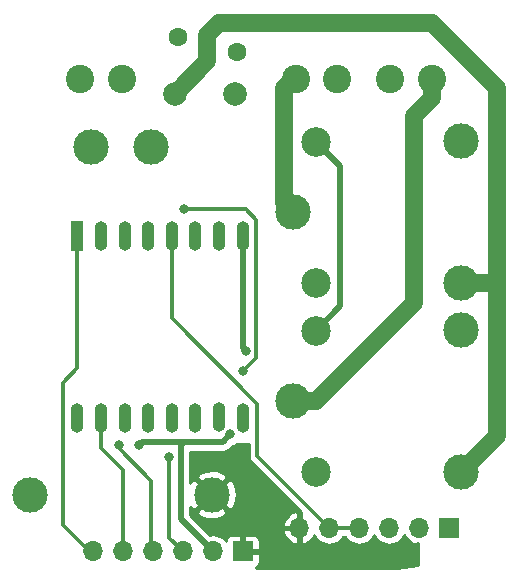
<source format=gtl>
G04 #@! TF.GenerationSoftware,KiCad,Pcbnew,no-vcs-found-33048e7~59~ubuntu16.04.1*
G04 #@! TF.CreationDate,2017-08-25T10:27:43+03:00*
G04 #@! TF.ProjectId,wifi_lights,776966695F6C69676874732E6B696361,rev?*
G04 #@! TF.SameCoordinates,Original*
G04 #@! TF.FileFunction,Copper,L1,Top,Signal*
G04 #@! TF.FilePolarity,Positive*
%FSLAX46Y46*%
G04 Gerber Fmt 4.6, Leading zero omitted, Abs format (unit mm)*
G04 Created by KiCad (PCBNEW no-vcs-found-33048e7~59~ubuntu16.04.1) date Fri Aug 25 10:27:43 2017*
%MOMM*%
%LPD*%
G01*
G04 APERTURE LIST*
%ADD10C,2.400000*%
%ADD11O,1.700000X1.700000*%
%ADD12R,1.700000X1.700000*%
%ADD13C,2.500000*%
%ADD14C,3.000000*%
%ADD15C,1.600000*%
%ADD16C,2.000000*%
%ADD17R,1.100000X2.500000*%
%ADD18O,1.100000X2.500000*%
%ADD19C,0.800000*%
%ADD20C,0.350000*%
%ADD21C,0.500000*%
%ADD22C,1.500000*%
%ADD23C,0.254000*%
G04 APERTURE END LIST*
D10*
X112750000Y-56000000D03*
X109250000Y-56000000D03*
X135500000Y-56000000D03*
X139000000Y-56000000D03*
X131000000Y-56000000D03*
X127500000Y-56000000D03*
D11*
X127800000Y-94000000D03*
X130340000Y-94000000D03*
X132880000Y-94000000D03*
X135420000Y-94000000D03*
X137960000Y-94000000D03*
D12*
X140500000Y-94000000D03*
D13*
X129200000Y-73300000D03*
X129200000Y-61300000D03*
D14*
X127250000Y-67250000D03*
X141450000Y-73250000D03*
X141450000Y-61250000D03*
X141450000Y-77250000D03*
X141450000Y-89250000D03*
X127250000Y-83250000D03*
D13*
X129200000Y-77300000D03*
X129200000Y-89300000D03*
D15*
X117500000Y-52450000D03*
X122500000Y-53750000D03*
D16*
X122330000Y-57260000D03*
X117250000Y-57250000D03*
D11*
X110300000Y-96000000D03*
X112840000Y-96000000D03*
X115380000Y-96000000D03*
X117920000Y-96000000D03*
X120460000Y-96000000D03*
D12*
X123000000Y-96000000D03*
D14*
X115200000Y-61799982D03*
X110200000Y-61799982D03*
X120400000Y-91199982D03*
X105000000Y-91199982D03*
D17*
X109000000Y-69300000D03*
D18*
X111000000Y-69300000D03*
X113000000Y-69300000D03*
X115000000Y-69300000D03*
X117000000Y-69300000D03*
X119000000Y-69300000D03*
X121000000Y-69300000D03*
X123000000Y-69300000D03*
X123000000Y-84700000D03*
X121000000Y-84600000D03*
X119000000Y-84700000D03*
X117000000Y-84700000D03*
X115000000Y-84700000D03*
X113000000Y-84700000D03*
X111000000Y-84700000D03*
X109000000Y-84700000D03*
D19*
X122999984Y-80750000D03*
X118000000Y-67000000D03*
X121962638Y-86097411D03*
X123250000Y-79000000D03*
X114250000Y-87000000D03*
X112500000Y-87000000D03*
X116750001Y-88000000D03*
D20*
X118000000Y-67000000D02*
X123250000Y-67000000D01*
X123250000Y-67000000D02*
X124149999Y-67899999D01*
X124149999Y-67899999D02*
X124149999Y-79599985D01*
X124149999Y-79599985D02*
X122999984Y-80750000D01*
X110300000Y-96000000D02*
X110000000Y-96000000D01*
X110000000Y-96000000D02*
X107750000Y-93750000D01*
X107750000Y-93750000D02*
X107750000Y-81750000D01*
X107750000Y-81750000D02*
X109000000Y-80500000D01*
X109000000Y-80500000D02*
X109000000Y-70000000D01*
D21*
X114250000Y-87000000D02*
X114500000Y-86750000D01*
X114500000Y-86750000D02*
X121050013Y-86750000D01*
X121050013Y-86750000D02*
X121310049Y-86750000D01*
X121310049Y-86750000D02*
X121962638Y-86097411D01*
X120460000Y-96000000D02*
X117750000Y-93290000D01*
X117750000Y-93290000D02*
X117750000Y-87000000D01*
X117750000Y-87000000D02*
X118000000Y-86750000D01*
X118000000Y-86750000D02*
X121050013Y-86750000D01*
X123000000Y-78750000D02*
X123250000Y-79000000D01*
X123000000Y-70000000D02*
X123000000Y-78750000D01*
D20*
X112500000Y-87000000D02*
X112500000Y-87250000D01*
X112500000Y-87250000D02*
X115250000Y-90000000D01*
X115250000Y-90000000D02*
X115250000Y-95870000D01*
X115250000Y-95870000D02*
X115380000Y-96000000D01*
X111000000Y-84000000D02*
X111000000Y-87250000D01*
X111000000Y-87250000D02*
X112840000Y-89090000D01*
X112840000Y-89090000D02*
X112840000Y-96000000D01*
X116750001Y-94830001D02*
X116750001Y-88000000D01*
X117920000Y-96000000D02*
X116750001Y-94830001D01*
D21*
X129200000Y-77300000D02*
X131250000Y-75250000D01*
X131250000Y-63350000D02*
X129200000Y-61300000D01*
X131250000Y-75250000D02*
X131250000Y-63350000D01*
D22*
X144500000Y-73250000D02*
X144500000Y-56750000D01*
X144500000Y-56750000D02*
X139000000Y-51250000D01*
X121000000Y-51250000D02*
X120000000Y-52250000D01*
X139000000Y-51250000D02*
X121000000Y-51250000D01*
X120000000Y-52250000D02*
X120000000Y-54500000D01*
X120000000Y-54500000D02*
X117250000Y-57250000D01*
X141450000Y-89250000D02*
X144500000Y-86200000D01*
X144500000Y-86200000D02*
X144500000Y-73250000D01*
X141450000Y-73250000D02*
X144500000Y-73250000D01*
X127250000Y-67250000D02*
X126500000Y-66500000D01*
X126500000Y-66500000D02*
X126500000Y-56750000D01*
X126500000Y-56750000D02*
X127500000Y-55750000D01*
X139000000Y-55750000D02*
X139000000Y-57600000D01*
X139000000Y-57600000D02*
X137500000Y-59100000D01*
X137500000Y-59100000D02*
X137500000Y-75000000D01*
X137500000Y-75000000D02*
X129250000Y-83250000D01*
X129250000Y-83250000D02*
X127250000Y-83250000D01*
D20*
X130340000Y-94000000D02*
X124250000Y-87910000D01*
X124250000Y-87910000D02*
X124250000Y-83500000D01*
X124250000Y-83500000D02*
X117000000Y-76250000D01*
X117000000Y-76250000D02*
X117000000Y-70000000D01*
X132880000Y-94000000D02*
X130340000Y-94000000D01*
D23*
G36*
X123498000Y-87910000D02*
X123504778Y-87979126D01*
X123510833Y-88048331D01*
X123511936Y-88052128D01*
X123512322Y-88056064D01*
X123532409Y-88122595D01*
X123551779Y-88189269D01*
X123553597Y-88192777D01*
X123554741Y-88196565D01*
X123587354Y-88257901D01*
X123619319Y-88319568D01*
X123621787Y-88322660D01*
X123623643Y-88326150D01*
X123667531Y-88379962D01*
X123710883Y-88434268D01*
X123716309Y-88439770D01*
X123716403Y-88439885D01*
X123716510Y-88439973D01*
X123718256Y-88441744D01*
X127964137Y-92687625D01*
X127898000Y-92720999D01*
X127898000Y-93902000D01*
X127918000Y-93902000D01*
X127918000Y-94098000D01*
X127898000Y-94098000D01*
X127898000Y-95279001D01*
X128119498Y-95390773D01*
X128307020Y-95333893D01*
X128557507Y-95209348D01*
X128778884Y-95038328D01*
X128962643Y-94827406D01*
X129069058Y-94641692D01*
X129151421Y-94796595D01*
X129327443Y-95012418D01*
X129542032Y-95189942D01*
X129787015Y-95322404D01*
X130053062Y-95404759D01*
X130330038Y-95433870D01*
X130607393Y-95408629D01*
X130874564Y-95329996D01*
X131121373Y-95200968D01*
X131338420Y-95026458D01*
X131517437Y-94813113D01*
X131551034Y-94752000D01*
X131667710Y-94752000D01*
X131691421Y-94796595D01*
X131867443Y-95012418D01*
X132082032Y-95189942D01*
X132327015Y-95322404D01*
X132593062Y-95404759D01*
X132870038Y-95433870D01*
X133147393Y-95408629D01*
X133414564Y-95329996D01*
X133661373Y-95200968D01*
X133878420Y-95026458D01*
X134057437Y-94813113D01*
X134150345Y-94644113D01*
X134231421Y-94796595D01*
X134407443Y-95012418D01*
X134622032Y-95189942D01*
X134867015Y-95322404D01*
X135133062Y-95404759D01*
X135410038Y-95433870D01*
X135687393Y-95408629D01*
X135954564Y-95329996D01*
X136201373Y-95200968D01*
X136418420Y-95026458D01*
X136597437Y-94813113D01*
X136691317Y-94642346D01*
X136797357Y-94827406D01*
X136981116Y-95038328D01*
X137202493Y-95209348D01*
X137452980Y-95333893D01*
X137640502Y-95390773D01*
X137861998Y-95279002D01*
X137861998Y-95427000D01*
X137873000Y-95427000D01*
X137873000Y-97180135D01*
X136039352Y-97372859D01*
X135998955Y-97373000D01*
X124095140Y-97373000D01*
X124123312Y-97361331D01*
X124217816Y-97298185D01*
X124298185Y-97217816D01*
X124361331Y-97123312D01*
X124404826Y-97018305D01*
X124427000Y-96906830D01*
X124427000Y-96242250D01*
X124282750Y-96098000D01*
X123098000Y-96098000D01*
X123098000Y-96118000D01*
X122902000Y-96118000D01*
X122902000Y-96098000D01*
X122882000Y-96098000D01*
X122882000Y-95902000D01*
X122902000Y-95902000D01*
X122902000Y-94717250D01*
X123098000Y-94717250D01*
X123098000Y-95902000D01*
X124282750Y-95902000D01*
X124427000Y-95757750D01*
X124427000Y-95093170D01*
X124404826Y-94981695D01*
X124361331Y-94876688D01*
X124298185Y-94782184D01*
X124217816Y-94701815D01*
X124123312Y-94638669D01*
X124018304Y-94595174D01*
X123906829Y-94573000D01*
X123242250Y-94573000D01*
X123098000Y-94717250D01*
X122902000Y-94717250D01*
X122757750Y-94573000D01*
X122093171Y-94573000D01*
X121981696Y-94595174D01*
X121876688Y-94638669D01*
X121782184Y-94701815D01*
X121701815Y-94782184D01*
X121638669Y-94876688D01*
X121595174Y-94981695D01*
X121573000Y-95093170D01*
X121573000Y-95110737D01*
X121472557Y-94987582D01*
X121257968Y-94810058D01*
X121012985Y-94677596D01*
X120746938Y-94595241D01*
X120469962Y-94566130D01*
X120218563Y-94589009D01*
X119949053Y-94319499D01*
X126409223Y-94319499D01*
X126498278Y-94584687D01*
X126637357Y-94827406D01*
X126821116Y-95038328D01*
X127042493Y-95209348D01*
X127292980Y-95333893D01*
X127480502Y-95390773D01*
X127702000Y-95279001D01*
X127702000Y-94098000D01*
X126520615Y-94098000D01*
X126409223Y-94319499D01*
X119949053Y-94319499D01*
X119310055Y-93680501D01*
X126409223Y-93680501D01*
X126520615Y-93902000D01*
X127702000Y-93902000D01*
X127702000Y-92720999D01*
X127480502Y-92609227D01*
X127292980Y-92666107D01*
X127042493Y-92790652D01*
X126821116Y-92961672D01*
X126637357Y-93172594D01*
X126498278Y-93415313D01*
X126409223Y-93680501D01*
X119310055Y-93680501D01*
X118577000Y-92947446D01*
X118577000Y-92641297D01*
X119097278Y-92641297D01*
X119253899Y-92944182D01*
X119616198Y-93134261D01*
X120008618Y-93250006D01*
X120416078Y-93286971D01*
X120822921Y-93243733D01*
X121213511Y-93121955D01*
X121546101Y-92944182D01*
X121702722Y-92641297D01*
X120400000Y-91338575D01*
X119097278Y-92641297D01*
X118577000Y-92641297D01*
X118577000Y-92198659D01*
X118655800Y-92346083D01*
X118958685Y-92502704D01*
X120261407Y-91199982D01*
X120538593Y-91199982D01*
X121841315Y-92502704D01*
X122144200Y-92346083D01*
X122334279Y-91983784D01*
X122450024Y-91591364D01*
X122486989Y-91183904D01*
X122443751Y-90777061D01*
X122321973Y-90386471D01*
X122144200Y-90053881D01*
X121841315Y-89897260D01*
X120538593Y-91199982D01*
X120261407Y-91199982D01*
X118958685Y-89897260D01*
X118655800Y-90053881D01*
X118577000Y-90204077D01*
X118577000Y-89758667D01*
X119097278Y-89758667D01*
X120400000Y-91061389D01*
X121702722Y-89758667D01*
X121546101Y-89455782D01*
X121183802Y-89265703D01*
X120791382Y-89149958D01*
X120383922Y-89112993D01*
X119977079Y-89156231D01*
X119586489Y-89278009D01*
X119253899Y-89455782D01*
X119097278Y-89758667D01*
X118577000Y-89758667D01*
X118577000Y-87577000D01*
X121310049Y-87577000D01*
X121386040Y-87569549D01*
X121462177Y-87562888D01*
X121466355Y-87561674D01*
X121470681Y-87561250D01*
X121543804Y-87539173D01*
X121617170Y-87517858D01*
X121621030Y-87515857D01*
X121625194Y-87514600D01*
X121692653Y-87478731D01*
X121760465Y-87443581D01*
X121763863Y-87440868D01*
X121767704Y-87438826D01*
X121826915Y-87390535D01*
X121886604Y-87342885D01*
X121892656Y-87336917D01*
X121892781Y-87336815D01*
X121892877Y-87336699D01*
X121894826Y-87334777D01*
X122178063Y-87051540D01*
X122226644Y-87042974D01*
X122405277Y-86973687D01*
X122557629Y-86877000D01*
X123498000Y-86877000D01*
X123498000Y-87910000D01*
X123498000Y-87910000D01*
G37*
X123498000Y-87910000D02*
X123504778Y-87979126D01*
X123510833Y-88048331D01*
X123511936Y-88052128D01*
X123512322Y-88056064D01*
X123532409Y-88122595D01*
X123551779Y-88189269D01*
X123553597Y-88192777D01*
X123554741Y-88196565D01*
X123587354Y-88257901D01*
X123619319Y-88319568D01*
X123621787Y-88322660D01*
X123623643Y-88326150D01*
X123667531Y-88379962D01*
X123710883Y-88434268D01*
X123716309Y-88439770D01*
X123716403Y-88439885D01*
X123716510Y-88439973D01*
X123718256Y-88441744D01*
X127964137Y-92687625D01*
X127898000Y-92720999D01*
X127898000Y-93902000D01*
X127918000Y-93902000D01*
X127918000Y-94098000D01*
X127898000Y-94098000D01*
X127898000Y-95279001D01*
X128119498Y-95390773D01*
X128307020Y-95333893D01*
X128557507Y-95209348D01*
X128778884Y-95038328D01*
X128962643Y-94827406D01*
X129069058Y-94641692D01*
X129151421Y-94796595D01*
X129327443Y-95012418D01*
X129542032Y-95189942D01*
X129787015Y-95322404D01*
X130053062Y-95404759D01*
X130330038Y-95433870D01*
X130607393Y-95408629D01*
X130874564Y-95329996D01*
X131121373Y-95200968D01*
X131338420Y-95026458D01*
X131517437Y-94813113D01*
X131551034Y-94752000D01*
X131667710Y-94752000D01*
X131691421Y-94796595D01*
X131867443Y-95012418D01*
X132082032Y-95189942D01*
X132327015Y-95322404D01*
X132593062Y-95404759D01*
X132870038Y-95433870D01*
X133147393Y-95408629D01*
X133414564Y-95329996D01*
X133661373Y-95200968D01*
X133878420Y-95026458D01*
X134057437Y-94813113D01*
X134150345Y-94644113D01*
X134231421Y-94796595D01*
X134407443Y-95012418D01*
X134622032Y-95189942D01*
X134867015Y-95322404D01*
X135133062Y-95404759D01*
X135410038Y-95433870D01*
X135687393Y-95408629D01*
X135954564Y-95329996D01*
X136201373Y-95200968D01*
X136418420Y-95026458D01*
X136597437Y-94813113D01*
X136691317Y-94642346D01*
X136797357Y-94827406D01*
X136981116Y-95038328D01*
X137202493Y-95209348D01*
X137452980Y-95333893D01*
X137640502Y-95390773D01*
X137861998Y-95279002D01*
X137861998Y-95427000D01*
X137873000Y-95427000D01*
X137873000Y-97180135D01*
X136039352Y-97372859D01*
X135998955Y-97373000D01*
X124095140Y-97373000D01*
X124123312Y-97361331D01*
X124217816Y-97298185D01*
X124298185Y-97217816D01*
X124361331Y-97123312D01*
X124404826Y-97018305D01*
X124427000Y-96906830D01*
X124427000Y-96242250D01*
X124282750Y-96098000D01*
X123098000Y-96098000D01*
X123098000Y-96118000D01*
X122902000Y-96118000D01*
X122902000Y-96098000D01*
X122882000Y-96098000D01*
X122882000Y-95902000D01*
X122902000Y-95902000D01*
X122902000Y-94717250D01*
X123098000Y-94717250D01*
X123098000Y-95902000D01*
X124282750Y-95902000D01*
X124427000Y-95757750D01*
X124427000Y-95093170D01*
X124404826Y-94981695D01*
X124361331Y-94876688D01*
X124298185Y-94782184D01*
X124217816Y-94701815D01*
X124123312Y-94638669D01*
X124018304Y-94595174D01*
X123906829Y-94573000D01*
X123242250Y-94573000D01*
X123098000Y-94717250D01*
X122902000Y-94717250D01*
X122757750Y-94573000D01*
X122093171Y-94573000D01*
X121981696Y-94595174D01*
X121876688Y-94638669D01*
X121782184Y-94701815D01*
X121701815Y-94782184D01*
X121638669Y-94876688D01*
X121595174Y-94981695D01*
X121573000Y-95093170D01*
X121573000Y-95110737D01*
X121472557Y-94987582D01*
X121257968Y-94810058D01*
X121012985Y-94677596D01*
X120746938Y-94595241D01*
X120469962Y-94566130D01*
X120218563Y-94589009D01*
X119949053Y-94319499D01*
X126409223Y-94319499D01*
X126498278Y-94584687D01*
X126637357Y-94827406D01*
X126821116Y-95038328D01*
X127042493Y-95209348D01*
X127292980Y-95333893D01*
X127480502Y-95390773D01*
X127702000Y-95279001D01*
X127702000Y-94098000D01*
X126520615Y-94098000D01*
X126409223Y-94319499D01*
X119949053Y-94319499D01*
X119310055Y-93680501D01*
X126409223Y-93680501D01*
X126520615Y-93902000D01*
X127702000Y-93902000D01*
X127702000Y-92720999D01*
X127480502Y-92609227D01*
X127292980Y-92666107D01*
X127042493Y-92790652D01*
X126821116Y-92961672D01*
X126637357Y-93172594D01*
X126498278Y-93415313D01*
X126409223Y-93680501D01*
X119310055Y-93680501D01*
X118577000Y-92947446D01*
X118577000Y-92641297D01*
X119097278Y-92641297D01*
X119253899Y-92944182D01*
X119616198Y-93134261D01*
X120008618Y-93250006D01*
X120416078Y-93286971D01*
X120822921Y-93243733D01*
X121213511Y-93121955D01*
X121546101Y-92944182D01*
X121702722Y-92641297D01*
X120400000Y-91338575D01*
X119097278Y-92641297D01*
X118577000Y-92641297D01*
X118577000Y-92198659D01*
X118655800Y-92346083D01*
X118958685Y-92502704D01*
X120261407Y-91199982D01*
X120538593Y-91199982D01*
X121841315Y-92502704D01*
X122144200Y-92346083D01*
X122334279Y-91983784D01*
X122450024Y-91591364D01*
X122486989Y-91183904D01*
X122443751Y-90777061D01*
X122321973Y-90386471D01*
X122144200Y-90053881D01*
X121841315Y-89897260D01*
X120538593Y-91199982D01*
X120261407Y-91199982D01*
X118958685Y-89897260D01*
X118655800Y-90053881D01*
X118577000Y-90204077D01*
X118577000Y-89758667D01*
X119097278Y-89758667D01*
X120400000Y-91061389D01*
X121702722Y-89758667D01*
X121546101Y-89455782D01*
X121183802Y-89265703D01*
X120791382Y-89149958D01*
X120383922Y-89112993D01*
X119977079Y-89156231D01*
X119586489Y-89278009D01*
X119253899Y-89455782D01*
X119097278Y-89758667D01*
X118577000Y-89758667D01*
X118577000Y-87577000D01*
X121310049Y-87577000D01*
X121386040Y-87569549D01*
X121462177Y-87562888D01*
X121466355Y-87561674D01*
X121470681Y-87561250D01*
X121543804Y-87539173D01*
X121617170Y-87517858D01*
X121621030Y-87515857D01*
X121625194Y-87514600D01*
X121692653Y-87478731D01*
X121760465Y-87443581D01*
X121763863Y-87440868D01*
X121767704Y-87438826D01*
X121826915Y-87390535D01*
X121886604Y-87342885D01*
X121892656Y-87336917D01*
X121892781Y-87336815D01*
X121892877Y-87336699D01*
X121894826Y-87334777D01*
X122178063Y-87051540D01*
X122226644Y-87042974D01*
X122405277Y-86973687D01*
X122557629Y-86877000D01*
X123498000Y-86877000D01*
X123498000Y-87910000D01*
M02*

</source>
